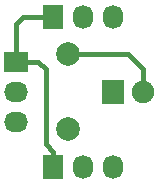
<source format=gbr>
G04 #@! TF.FileFunction,Copper,L2,Bot,Signal*
%FSLAX46Y46*%
G04 Gerber Fmt 4.6, Leading zero omitted, Abs format (unit mm)*
G04 Created by KiCad (PCBNEW (2015-08-15 BZR 6092)-product) date 2/18/2016 8:20:52 PM*
%MOMM*%
G01*
G04 APERTURE LIST*
%ADD10C,0.100000*%
%ADD11O,1.727200X2.032000*%
%ADD12R,1.727200X2.032000*%
%ADD13C,1.998980*%
%ADD14R,1.900000X2.000000*%
%ADD15C,1.900000*%
%ADD16R,2.032000X1.727200*%
%ADD17O,2.032000X1.727200*%
%ADD18C,0.406400*%
G04 APERTURE END LIST*
D10*
D11*
X142240000Y-102870000D03*
X139700000Y-102870000D03*
D12*
X137160000Y-102870000D03*
X137160000Y-90170000D03*
D11*
X139700000Y-90170000D03*
X142240000Y-90170000D03*
D13*
X138430000Y-99695000D03*
X138430000Y-93345000D03*
D14*
X142240000Y-96520000D03*
D15*
X144780000Y-96520000D03*
D16*
X134000000Y-94000000D03*
D17*
X134000000Y-96540000D03*
X134000000Y-99080000D03*
D18*
X138430000Y-93345000D02*
X143510000Y-93345000D01*
X144780000Y-94615000D02*
X144780000Y-96520000D01*
X143510000Y-93345000D02*
X144780000Y-94615000D01*
X134000000Y-94000000D02*
X134000000Y-90790000D01*
X134620000Y-90170000D02*
X137160000Y-90170000D01*
X134000000Y-90790000D02*
X134620000Y-90170000D01*
X137160000Y-102870000D02*
X137160000Y-101600000D01*
X135910000Y-94000000D02*
X134000000Y-94000000D01*
X136525000Y-94615000D02*
X135910000Y-94000000D01*
X136525000Y-100965000D02*
X136525000Y-94615000D01*
X137160000Y-101600000D02*
X136525000Y-100965000D01*
M02*

</source>
